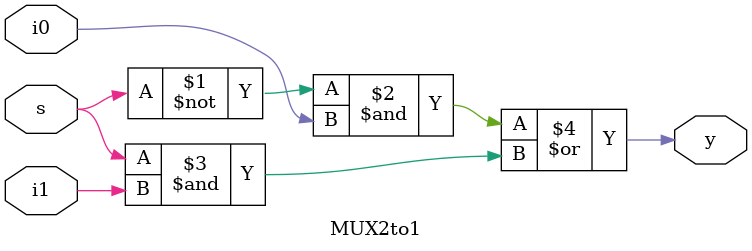
<source format=sv>
module MUX2to1(
  input i0 , i1 , s,
  output y
);
  assign y = (~s & i0) | (s & i1);
endmodule

</source>
